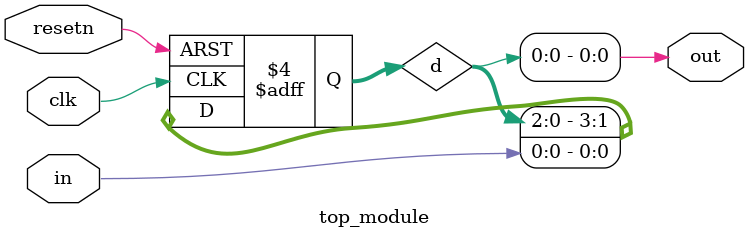
<source format=sv>
module top_module (
	input clk,
	input resetn,
	input in,
	output out
);

reg [3:0] d;
wire reset;

assign reset = ~resetn;

assign out = d[0];

always @(posedge clk, negedge reset) begin
	if (!reset)
		d <= 4'b0;
	else
		d <= {d[2:0], in};
end

endmodule

</source>
